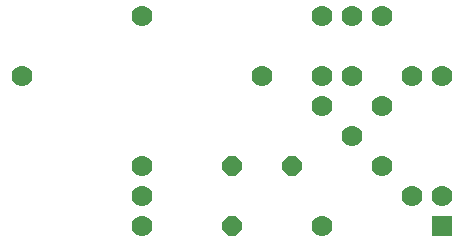
<source format=gtl>
G75*
%MOIN*%
%OFA0B0*%
%FSLAX25Y25*%
%IPPOS*%
%LPD*%
%AMOC8*
5,1,8,0,0,1.08239X$1,22.5*
%
%ADD10OC8,0.06496*%
%ADD11C,0.07000*%
%ADD12R,0.07000X0.07000*%
D10*
X0081000Y0011000D03*
X0081000Y0031000D03*
X0101000Y0031000D03*
D11*
X0051000Y0011000D03*
X0051000Y0021000D03*
X0051000Y0031000D03*
X0011000Y0061000D03*
X0051000Y0081000D03*
X0091000Y0061000D03*
X0111000Y0061000D03*
X0121000Y0061000D03*
X0111000Y0051000D03*
X0121000Y0041000D03*
X0131000Y0031000D03*
X0141000Y0021000D03*
X0151000Y0021000D03*
X0131000Y0051000D03*
X0141000Y0061000D03*
X0151000Y0061000D03*
X0131000Y0081000D03*
X0121000Y0081000D03*
X0111000Y0081000D03*
X0111000Y0011000D03*
D12*
X0151000Y0011000D03*
M02*

</source>
